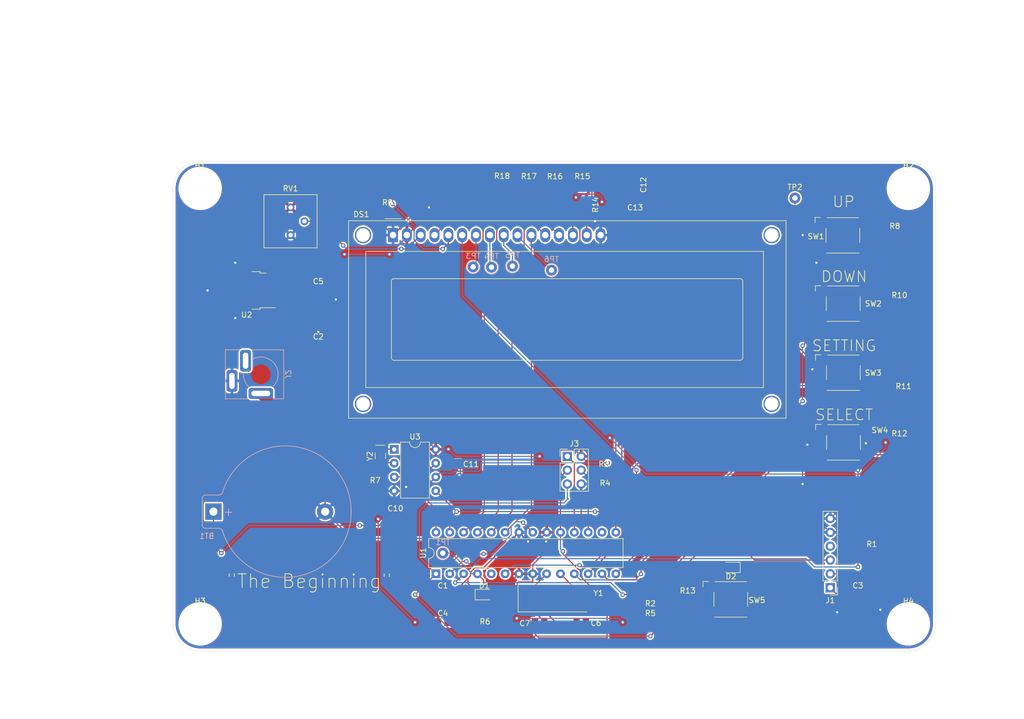
<source format=kicad_pcb>
(kicad_pcb (version 20211014) (generator pcbnew)
  (layers (0 "F.Cu" signal) (31 "B.Cu" signal) (34 "B.Paste" user) (35 "F.Paste" user) (36 "B.SilkS" user "B.Silkscreen") (37 "F.SilkS" user "F.Silkscreen") (38 "B.Mask" user) (39 "F.Mask" user) (44 "Edge.Cuts" user))
  (net 0 "")
  (net 1 "Net-(C1-Pad1)")
  (net 2 "GND")
  (net 3 "Net-(C2-Pad1)")
  (net 4 "Net-(C3-Pad1)")
  (net 5 "Net-(DS1-Pad3)")
  (net 6 "VCC")
  (net 7 "Net-(C6-Pad1)")
  (net 8 "Net-(C7-Pad1)")
  (net 9 "Net-(D1-Pad2)")
  (net 10 "Net-(DS1-Pad5)")
  (net 12 "Net-(J1-Pad3)")
  (net 13 "Net-(J1-Pad2)")
  (net 15 "MISO")
  (net 16 "Net-(DS1-Pad7)")
  (net 17 "MOSI")
  (net 18 "RESET")
  (net 19 "RXD")
  (net 20 "TXD")
  (net 21 "I2C_SCL")
  (net 22 "BTN_UP")
  (net 23 "BTN_DOWN")
  (net 24 "BTN_SETNG")
  (net 25 "BTN_SELECT")
  (net 26 "DATA_SEL")
  (net 28 "R{slash}W_SIGNAL")
  (net 29 "Net-(DS1-Pad8)")
  (net 30 "Net-(U3-Pad1)")
  (net 31 "Net-(U3-Pad2)")
  (net 32 "DATA_1")
  (net 33 "DATA_2")
  (net 34 "DATA_3")
  (net 35 "DATA_4")
  (net 36 "Net-(DS1-Pad9)")
  (net 37 "SPI_SCLK")
  (net 38 "DEBUG LED")
  (net 39 "Net-(DS1-Pad10)")
  (net 41 "Net-(DS1-Pad15)")
  (net 42 "I2C_SDA")
  (net 43 "Net-(BT1-Pad1)")
  (net 44 "Net-(D2-Pad2)")
  (net 45 "Net-(R7-Pad1)")
  (footprint "footprints:MountingHole_3.2mm_M3" (layer "F.Cu") (at 215 140)
    (fp_text reference "H4")
    (fp_text value "MountingHole")
  )
  (footprint "footprints:Potentiometer_Bourns_3386P_Vertical" (layer "F.Cu") (at 101.6 68.58)
    (fp_text reference "RV1")
    (fp_text value "R_POT_10K")
  )
  (footprint "footprints:R_0805_2012Metric" (layer "F.Cu") (at 174.494173 135.548454)
    (fp_text reference "R13")
    (fp_text value "R_0805_2.2K")
  )
  (footprint "footprints:R_0805_2012Metric" (layer "F.Cu") (at 155.157785 59.4355)
    (fp_text reference "R15")
    (fp_text value "R_0805_47")
  )
  (footprint "footprints:TestPoint_THTPad_D2.0mm_Drill1.0mm" (layer "F.Cu") (at 194.168008 61.780267)
    (fp_text reference "TP2")
    (fp_text value "TestPoint")
  )
  (footprint "footprints:C_0805_2012Metric" (layer "F.Cu") (at 129.54 134.62)
    (fp_text reference "C1")
    (fp_text value "C_0805_0.1uf")
  )
  (footprint "footprints:R_0805_2012Metric" (layer "F.Cu") (at 140.40567 59.378188)
    (fp_text reference "R18")
    (fp_text value "R_0805_47")
  )
  (footprint "footprints:SW_SPST_Omron_B3FS-100xP" (layer "F.Cu") (at 203.083587 106.658475)
    (fp_text reference "SW4")
    (fp_text value "Omron_B3F_SPST")
  )
  (footprint "footprints:TC1602A-01T" (layer "F.Cu") (at 120.4 68.58)
    (fp_text reference "DS1")
    (fp_text value "TC1602A-01T")
  )
  (footprint "footprints:C_0805_2012Metric" (layer "F.Cu") (at 205.74 134.62)
    (fp_text reference "C3")
    (fp_text value "C_0805_0.1uf")
  )
  (footprint "footprints:PinHeader_1x06_P2.54mm_Vertical" (layer "F.Cu") (at 200.66 133.35 180)
    (fp_text reference "J1")
    (fp_text value "Conn_01x06")
  )
  (footprint "footprints:PinHeader_2x03_P2.54mm_Vertical" (layer "F.Cu") (at 152.4 109.22)
    (fp_text reference "J3")
    (fp_text value "Conn_02x03_Odd_Even")
  )
  (footprint "footprints:R_0805_2012Metric" (layer "F.Cu") (at 137.259216 137.720503)
    (fp_text reference "R6")
    (fp_text value "R_0805_2.2K")
  )
  (footprint "footprints:SW_SPST_Omron_B3FS-100xP" (layer "F.Cu") (at 203.032006 81.177549)
    (fp_text reference "SW2")
    (fp_text value "Omron_B3F_SPST")
  )
  (footprint "footprints:R_0805_2012Metric" (layer "F.Cu") (at 214.111753 94.714468 180)
    (fp_text reference "R11")
    (fp_text value "R_0805_10K")
  )
  (footprint "footprints:SW_SPST_Omron_B3FS-100xP" (layer "F.Cu") (at 203.057797 93.866431)
    (fp_text reference "SW3")
    (fp_text value "Omron_B3F_SPST")
  )
  (footprint "footprints:C_0805_2012Metric" (layer "F.Cu") (at 168.099973 59.304486 -90)
    (fp_text reference "C12")
    (fp_text value "C_0805_0.1uf")
  )
  (footprint "footprints:MountingHole_3.2mm_M3" (layer "F.Cu") (at 215 60)
    (fp_text reference "H2")
    (fp_text value "MountingHole")
  )
  (footprint "footprints:R_0805_2012Metric" (layer "F.Cu") (at 212.51 68.58)
    (fp_text reference "R8")
    (fp_text value "R_0805_10K")
  )
  (footprint "footprints:R_0805_2012Metric" (layer "F.Cu") (at 167.64 134.62 180)
    (fp_text reference "R2")
    (fp_text value "R_0805_47")
  )
  (footprint "footprints:MountingHole_3.2mm_M3" (layer "F.Cu") (at 85 140)
    (fp_text reference "H3")
    (fp_text value "MountingHole")
  )
  (footprint "footprints:LED_0805_2012Metric" (layer "F.Cu") (at 182.43762 129.633853 180)
    (fp_text reference "D2")
    (fp_text value "LED_0805")
  )
  (footprint "footprints:R_0805_2012Metric" (layer "F.Cu") (at 145.347748 59.4355)
    (fp_text reference "R17")
    (fp_text value "R_0805_47")
  )
  (footprint "footprints:DIP-8_W7.62mm" (layer "F.Cu") (at 120.622694 107.943719)
    (fp_text reference "U3")
    (fp_text value "DS1307_DIP-8")
  )
  (footprint "footprints:R_0805_2012Metric" (layer "F.Cu") (at 155.902842 63.000308 -90)
    (fp_text reference "R14")
    (fp_text value "R_0805_47")
  )
  (footprint "footprints:C_0805_2012Metric" (layer "F.Cu") (at 154.94 139.7)
    (fp_text reference "C6")
    (fp_text value "C_0805_22pf")
  )
  (footprint "footprints:C_0805_2012Metric" (layer "F.Cu") (at 129.54 139.7)
    (fp_text reference "C4")
    (fp_text value "C_0805_0.1uf")
  )
  (footprint "footprints:MountingHole_3.2mm_M3" (layer "F.Cu") (at 85 60)
    (fp_text reference "H1")
    (fp_text value "MountingHole")
  )
  (footprint "footprints:LED_0805_2012Metric" (layer "F.Cu") (at 137.16 134.62)
    (fp_text reference "D1")
    (fp_text value "LED_0805")
  )
  (footprint "footprints:C_0805_2012Metric" (layer "F.Cu") (at 147.32 139.7)
    (fp_text reference "C7")
    (fp_text value "C_0805_22pf")
  )
  (footprint "footprints:C_0805_2012Metric" (layer "F.Cu") (at 161.481456 63.504653)
    (fp_text reference "C13")
    (fp_text value "C_0805_10uf")
  )
  (footprint "footprints:DIP-28_W7.62mm" (layer "F.Cu") (at 128.28 130.8 90)
    (fp_text reference "U1")
    (fp_text value "ATmega328-PU")
  )
  (footprint "footprints:SW_SPST_Omron_B3FS-100xP" (layer "F.Cu") (at 182.403232 135.496873)
    (fp_text reference "SW5")
    (fp_text value "Omron_B3F_SPST")
  )
  (footprint "footprints:TO-252-2" (layer "F.Cu") (at 93.54 78.74 180)
    (fp_text reference "U2")
    (fp_text value "L7805")
  )
  (footprint "footprints:C_0805_2012Metric" (layer "F.Cu") (at 117.668858 118.695139)
    (fp_text reference "C10")
    (fp_text value "C_0805_0.1uf")
  )
  (footprint "footprints:C_0805_2012Metric" (layer "F.Cu") (at 106.68 88.9)
    (fp_text reference "C2")
    (fp_text value "C_0805_1uf")
  )
  (footprint "footprints:C_0805_2012Metric" (layer "F.Cu") (at 131.484703 110.559417)
    (fp_text reference "C11")
    (fp_text value "C_0805_1uf")
  )
  (footprint "footprints:R_0805_2012Metric" (layer "F.Cu") (at 208.28 127)
    (fp_text reference "R1")
    (fp_text value "R_0805_47")
  )
  (footprint "footprints:R_0805_2012Metric" (layer "F.Cu") (at 167.64 139.7)
    (fp_text reference "R5")
    (fp_text value "R_0805_10K")
  )
  (footprint "footprints:R_0805_2012Metric" (layer "F.Cu") (at 159.108681 112.299374)
    (fp_text reference "R3")
    (fp_text value "R_0805_4.7K")
  )
  (footprint "footprints:SW_SPST_Omron_B3FS-100xP" (layer "F.Cu") (at 202.967886 68.63158)
    (fp_text reference "SW1")
    (fp_text value "Omron_B3F_SPST")
  )
  (footprint "footprints:R_0805_2012Metric" (layer "F.Cu") (at 213.36 81.28)
    (fp_text reference "R10")
    (fp_text value "R_0805_10K")
  )
  (footprint "footprints:R_0805_2012Metric" (layer "F.Cu") (at 119.38 60.96 180)
    (fp_text reference "R9")
    (fp_text value "R_0805_47")
  )
  (footprint "footprints:R_0805_2012Metric" (layer "F.Cu") (at 150.125789 59.469887)
    (fp_text reference "R16")
    (fp_text value "R_0805_47")
  )
  (footprint "footprints:Crystal_SMD_2Pin_3.2x1.5mm" (layer "F.Cu") (at 118.087929 109.128005 -90)
    (fp_text reference locked "Y2")
    (fp_text value "Crystal_32768Hz")
  )
  (footprint "footprints:Crystal_SMD_HC49-SD" (layer "F.Cu") (at 150.06011 135.247706)
    (fp_text reference "Y1")
    (fp_text value "Crystal_16MHz")
  )
  (footprint "footprints:R_0805_2012Metric" (layer "F.Cu") (at 117.544838 115.495419)
    (fp_text reference "R7")
    (fp_text value "R_0805_10K")
  )
  (footprint "footprints:R_0805_2012Metric" (layer "F.Cu") (at 159.339034 115.782962)
    (fp_text reference "R4")
    (fp_text value "R_0805_4.7K")
  )
  (footprint "footprints:C_0805_2012Metric" (layer "F.Cu") (at 106.68 78.74)
    (fp_text reference "C5")
    (fp_text value "C_0805_0.1uf")
  )
  (footprint "footprints:R_0805_2012Metric" (layer "F.Cu") (at 213.36 106.68)
    (fp_text reference "R12")
    (fp_text value "R_0805_10K")
  )
  (footprint "footprints:TestPoint_THTPad_D2.0mm_Drill1.0mm" (layer "B.Cu") (at 129.54 127 180)
    (fp_text reference "TP1")
    (fp_text value "TestPoint")
  )
  (footprint "footprints:TestPoint_THTPad_D2.0mm_Drill1.0mm" (layer "B.Cu") (at 135.096767 74.416518 180)
    (fp_text reference "TP3")
    (fp_text value "TestPoint")
  )
  (footprint "footprints:TestPoint_THTPad_D2.0mm_Drill1.0mm" (layer "B.Cu") (at 138.474599 74.485293 180)
    (fp_text reference "TP4")
    (fp_text value "TestPoint")
  )
  (footprint "footprints:Wurth-694106402002" (layer "B.Cu") (at 96.134896 94.1609 90)
    (fp_text reference "J2")
    (fp_text value "Power_inlet_vertical" hide)
  )
  (footprint "footprints:TestPoint_THTPad_D2.0mm_Drill1.0mm" (layer "B.Cu") (at 149.499645 75.027247 180)
    (fp_text reference "TP6")
    (fp_text value "TestPoint")
  )
  (footprint "footprints:TestPoint_THTPad_D2.0mm_Drill1.0mm" (layer "B.Cu") (at 142.32489 74.278969 180)
    (fp_text reference "TP5")
    (fp_text value "TestPoint")
  )
  (footprint "footprints:BatteryHolder_Keystone_106_1x20mm" (layer "B.Cu") (at 87.446314 119.379984)
    (fp_text reference "BT1")
    (fp_text value "Battery_Cell")
  )
  (gr_line locked (start 220 60) (end 220 140) (layer "Edge.Cuts") (width 0.05))
  (gr_line locked (start 80 60) (end 80 140) (layer "Edge.Cuts") (width 0.05))
  (gr_arc locked (start 80 60) (mid 81.464466 56.464466) (end 85 55) (layer "Edge.Cuts") (width 0.05))
  (gr_arc locked (start 85 145) (mid 81.464466 143.535534) (end 80 140) (layer "Edge.Cuts") (width 0.05))
  (gr_arc locked (start 220 140) (mid 218.535534 143.535534) (end 215 145) (layer "Edge.Cuts") (width 0.05))
  (gr_line locked (start 215 55) (end 85 55) (layer "Edge.Cuts") (width 0.05))
  (gr_arc locked (start 215 55) (mid 218.535534 56.464466) (end 220 60) (layer "Edge.Cuts") (width 0.05))
  (gr_line locked (start 215 145) (end 85 145) (layer "Edge.Cuts") (width 0.05))
  (gr_text "SETTING" (at 203.2 88.9) (layer "F.SilkS") (effects (font (size 2 2))))
  (gr_text "UP" (at 203.114031 62.451189) (layer "F.SilkS") (effects (font (size 2 2))))
  (gr_text "{dblquote}The Beginning{dblquote}" (at 105.029671 132.151854) (layer "F.SilkS") (effects (font (size 2.5 2.5))))
  (gr_text "SELECT" (at 203.2 101.6) (layer "F.SilkS") (effects (font (size 2 2))))
  (gr_text "DOWN" (at 203.2 76.2) (layer "F.SilkS") (effects (font (size 2 2))))
  (segment (start 144.272257 121.392257) (end 146.06 123.18) (width 0.2032) (layer "F.Cu") (net 1))
  (segment (start 129.510689 130.392773) (end 132.760193 127.143269) (width 0.2032) (layer "F.Cu") (net 1))
  (segment (start 132.760193 127.143269) (end 137.016731 127.143269) (width 0.2032) (layer "F.Cu") (net 1))
  (segment (start 129.510689 133.799311) (end 129.510689 130.392773) (width 0.2032) (layer "F.Cu") (net 1))
  (segment (start 128.69 134.62) (end 129.510689 133.799311) (width 0.2032) (layer "F.Cu") (net 1))
  (via (at 144.272257 121.392257) (size 0.8128) (drill 0.4064) (layers "F.Cu" "B.Cu") (net 1))
  (via (at 137.016731 127.143269) (size 0.8128) (drill 0.4064) (layers "F.Cu" "B.Cu") (net 1))
  (segment (start 144.125465 121.245465) (end 142.914535 121.245465) (width 0.2032) (layer "B.Cu") (net 1))
  (segment (start 142.084311 123.637422) (end 142.084311 122.075689) (width 0.2032) (layer "B.Cu") (net 1))
  (segment (start 142.084311 122.075689) (end 142.914535 121.245465) (width 0.2032) (layer "B.Cu") (net 1))
  (segment (start 137.016731 127.143269) (end 138.578464 127.143269) (width 0.2032) (layer "B.Cu") (net 1))
  (segment (start 138.578464 127.143269) (end 142.084311 123.637422) (width 0.2032) (layer "B.Cu") (net 1))
  (segment (start 144.272257 121.392257) (end 144.125465 121.245465) (width 0.2032) (layer "B.Cu") (net 1))
  (segment (start 207.203622 123.19) (end 200.66 123.19) (width 0.2032) (layer "F.Cu") (net 2))
  (segment (start 196.448826 106.253867) (end 198.272693 104.43) (width 0.2032) (layer "F.Cu") (net 2))
  (segment (start 146.06 129.130896) (end 150.529022 124.661874) (width 0.2032) (layer "F.Cu") (net 2))
  (segment (start 198.095689 120.625689) (end 198.095689 116.815689) (width 0.2032) (layer "F.Cu") (net 2))
  (segment (start 207.2 106.821378) (end 207.2 104.43) (width 0.2032) (layer "F.Cu") (net 2))
  (segment (start 107.936314 107.963686) (end 107.53 107.557372) (width 0.2032) (layer "F.Cu") (net 2))
  (segment (start 118.53 66.71) (end 120.112971 68.292971) (width 0.2032) (layer "F.Cu") (net 2))
  (segment (start 198.095689 120.625689) (end 198.12 120.65) (width 0.2032) (layer "F.Cu") (net 2))
  (segment (start 118.394838 115.620419) (end 117.175257 116.84) (width 0.2032) (layer "F.Cu") (net 2))
  (segment (start 134.62 130.518267) (end 134.62 131.1682) (width 0.2032) (layer "F.Cu") (net 2))
  (segment (start 107.53 83.82) (end 107.53 81.624152) (width 0.2032) (layer "F.Cu") (net 2))
  (segment (start 130.39 139.7) (end 130.39 134.62) (width 0.2032) (layer "F.Cu") (net 2))
  (segment (start 198.02718 137.419326) (end 198.45702 137.849166) (width 0.2032) (layer "F.Cu") (net 2))
  (segment (start 210.009311 125.995689) (end 207.203622 123.19) (width 0.2032) (layer "F.Cu") (net 2))
  (segment (start 194.869289 83.360711) (end 199.2 79.03) (width 0.2032) (layer "F.Cu") (net 2))
  (segment (start 154.94 123.481733) (end 153.961733 124.46) (width 0.2032) (layer "F.Cu") (net 2))
  (segment (start 186.403232 133.246873) (end 193.854727 133.246873) (width 0.2032) (layer "F.Cu") (net 2))
  (segment (start 125.48 63.5) (end 127 63.5) (width 0.2032) (layer "F.Cu") (net 2))
  (segment (start 107.53 81.624152) (end 105.83 79.924152) (width 0.2032) (layer "F.Cu") (net 2))
  (segment (start 198.12 120.65) (end 200.66 120.65) (width 0.2032) (layer "F.Cu") (net 2))
  (segment (start 118.53 60.96) (end 118.53 66.71) (width 0.2032) (layer "F.Cu") (net 2))
  (segment (start 146.06 130.8) (end 146.06 129.130896) (width 0.2032) (layer "F.Cu") (net 2))
  (segment (start 209.856382 137.402132) (end 210.009311 137.249203) (width 0.2032) (layer "F.Cu") (net 2))
  (segment (start 207.2 91.73) (end 199.2 91.73) (width 0.2032) (layer "F.Cu") (net 2))
  (segment (start 107.936314 119.379984) (end 107.936314 107.963686) (width 0.2032) (layer "F.Cu") (net 2))
  (segment (start 143.208845 136.888074) (end 143.208845 132.581359) (width 0.2032) (layer "F.Cu") (net 2))
  (segment (start 131.1682 134.62) (end 130.39 134.62) (width 0.2032) (layer "F.Cu") (net 2))
  (segment (start 158.5 67.06) (end 158.901109 67.06) (width 0.2032) (layer "F.Cu") (net 2))
  (segment (start 199.2 104.43) (end 198.272693 104.43) (width 0.2032) (layer "F.Cu") (net 2))
  (segment (start 195.58 114.3) (end 195.58 107.949494) (width 0.2032) (layer "F.Cu") (net 2))
  (segment (start 162.331456 63.629653) (end 162.331456 63.504653) (width 0.2032) (layer "F.Cu") (net 2))
  (segment (start 164.749806 63.504653) (end 168.099973 60.154486) (width 0.2032) (layer "F.Cu") (net 2))
  (segment (start 210.009311 137.249203) (end 210.009311 125.995689) (width 0.2032) (layer "F.Cu") (net 2))
  (segment (start 155.79 141.516205) (end 155.79 139.7) (width 0.2032) (layer "F.Cu") (net 2))
  (segment (start 158.5 67.06) (end 158.5 68.58) (width 0.2032) (layer "F.Cu") (net 2))
  (segment (start 107.53 88.9) (end 107.53 96.52) (width 0.2032) (layer "F.Cu") (net 2))
  (segment (start 143.208845 132.581359) (end 143.502818 132.287386) (width 0.2032) (layer "F.Cu") (net 2))
  (segment (start 117.175257 116.84) (end 110.476298 116.84) (width 0.2032) (layer "F.Cu") (net 2))
  (segment (start 145.920752 132.338831) (end 146.06 132.199583) (width 0.2032) (layer "F.Cu") (net 2))
  (segment (start 137.004311 129.695689) (end 135.442578 129.695689) (width 0.2032) (layer "F.Cu") (net 2))
  (segment (start 118.490375 116.84) (end 118.394838 116.744463) (width 0.2032) (layer "F.Cu") (net 2))
  (segment (start 197.83 66.33) (end 198.982009 66.33) (width 0.2032) (layer "F.Cu") (net 2))
  (segment (start 145.483074 136.888074) (end 143.208845 136.888074) (width 0.2032) (layer "F.Cu") (net 2))
  (segment (start 120.622694 115.563719) (end 122.086582 115.563719) (width 0.2032) (layer "F.Cu") (net 2))
  (segment (start 91.44 83.82) (end 91.44 78.74) (width 2) (layer "F.Cu") (net 2))
  (segment (start 155.765998 141.540207) (end 155.79 141.516205) (width 0.2032) (layer "F.Cu") (net 2))
  (segment (start 107.53 107.557372) (end 107.53 96.52) (width 0.2032) (layer "F.Cu") (net 2))
  (segment (start 199.2 79.03) (end 207.2 79.03) (width 0.2032) (layer "F.Cu") (net 2))
  (segment (start 106.68 87.925) (end 106.68 86.36) (width 0.2032) (layer "F.Cu") (net 2))
  (segment (start 118.394838 116.744463) (end 118.394838 115.495419) (width 0.2032) (layer "F.Cu") (net 2))
  (segment (start 148.495092 124.865818) (end 150.325078 124.865818) (width 0.2032) (layer "F.Cu") (net 2))
  (segment (start 122.086582 115.563719) (end 122.810735 114.839566) (width 0.2032) (layer "F.Cu") (net 2))
  (segment (start 195.58 107.949494) (end 196.448826 107.080668) (width 0.2032) (layer "F.Cu") (net 2))
  (segment (start 150.325078 124.865818) (end 150.529022 124.661874) (width 0.2032) (layer "F.Cu") (net 2))
  (segment (start 146.06 132.199583) (end 146.06 130.8) (width 0.2032) (layer "F.Cu") (net 2))
  (segment (start 199.2 91.73) (end 197.404902 91.73) (width 0.2032) (layer "F.Cu") (net 2))
  (segment (start 134.1641 131.6241) (end 131.1682 134.62) (width 0.2032) (layer "F.Cu") (net 2))
  (segment (start 145.869307 132.287386) (end 145.920752 132.338831) (width 0.2032) (layer "F.Cu") (net 2))
  (segment (start 107.53 88.775) (end 106.68 87.925) (width 0.2032) (layer "F.Cu") (net 2))
  (segment (start 107.53 83.82) (end 107.53 82.781671) (width 0.2032) (layer "F.Cu") (net 2))
  (segment (start 158.901109 67.06) (end 162.331456 63.629653) (width 0.2032) (layer "F.Cu") (net 2))
  (segment (start 105.83 79.924152) (end 105.83 78.74) (width 0.2032) (layer "F.Cu") (net 2))
  (segment (start 179.7621 133.246873) (end 183.37512 129.633853) (width 0.2032) (layer "F.Cu") (net 2))
  (segment (start 145.205818 124.865818) (end 143.52 123.18) (width 0.2032) (layer "F.Cu") (net 2))
  (segment (start 132.599629 112.66935) (end 132.740623 112.528356) (width 0.2032) (layer "F.Cu") (net 2))
  (segment (start 196.448826 106.253867) (end 196.448826 107.080668) (width 0.2032) (layer "F.Cu") (net 2))
  (segment (start 186.403232 132.661965) (end 183.37512 129.633853) (width 0.2032) (layer "F.Cu") (net 2))
  (segment (start 198.45702 137.849166) (end 201.930129 137.849166) (width 0.2032) (layer "F.Cu") (net 2))
  (segment (start 199.2 74.74) (end 198.12 73.66) (width 0.2032) (layer "F.Cu") (net 2))
  (segment (start 195.58 114.3) (end 198.095689 116.815689) (width 0.2032) (layer "F.Cu") (net 2))
  (segment (start 86.36 78.74) (end 91.44 78.74) (width 2) (layer "F.Cu") (net 2))
  (segment (start 135.442578 129.695689) (end 134.62 130.518267) (width 0.2032) (layer "F.Cu") (net 2))
  (segment (start 162.331456 63.504653) (end 164.749806 63.504653) (width 0.2032) (layer "F.Cu") (net 2))
  (segment (start 134.1641 132.5616) (end 134.1641 131.6241) (width 0.2032) (layer "F.Cu") (net 2))
  (segment (start 148.17 140.477775) (end 149.232432 141.540207) (width 0.2032) (layer "F.Cu") (net 2))
  (segment (start 116.818858 118.511517) (end 118.490375 116.84) (width 0.2032) (layer "F.Cu") (net 2))
  (segment (start 198.982009 66.33) (end 206.982009 66.33) (width 0.2032) (layer "F.Cu") (net 2))
  (segment (start 199.2 79.03) (end 199.2 74.74) (width 0.2032) (layer "F.Cu") (net 2))
  (segment (start 200.66 123.19) (end 198.095689 120.625689) (width 0.2032) (layer "F.Cu") (net 2))
  (segment (start 193.854727 133.246873) (end 198.02718 137.419326) (width 0.2032) (layer "F.Cu") (net 2))
  (segment (start 150.529022 124.661874) (end 150.730896 124.46) (width 0.2032) (layer "F.Cu") (net 2))
  (segment (start 132.740623 110.516279) (end 132.502841 110.278497) (width 0.2032) (layer "F.Cu") (net 2))
  (segment (start 153.961733 124.46) (end 150.730896 124.46) (width 0.2032) (layer "F.Cu") (net 2))
  (segment (start 107.936314 119.379984) (end 112.840641 124.284311) (width 0.2032) (layer "F.Cu") (net 2))
  (segment (start 118.394838 115.495419) (end 120.575419 115.495419) (width 0.2032) (layer "F.Cu") (net 2))
  (segment (start 195.58 68.58) (end 197.83 66.33) (width 0.2032) (layer "F.Cu") (net 2))
  (segment (start 149.232432 141.540207) (end 155.765998 141.540207) (width 0.2032) (layer "F.Cu") (net 2))
  (segment (start 143.52 123.18) (end 137.004311 129.695689) (width 0.2032) (layer "F.Cu") (net 2))
  (segment (start 148.17 139.7) (end 148.17 140.477775) (width 0.2032) (layer "F.Cu") (net 2))
  (segment (start 197.404902 91.73) (end 194.869289 89.194387) (width 0.2032) (layer "F.Cu") (net 2))
  (segment (start 194.869289 89.194387) (end 194.869289 83.360711) (width 0.2032) (layer "F.Cu") (net 2))
  (segment (start 157.48 66.04) (end 158.5 67.06) (width 0.2032) (layer "F.Cu") (net 2))
  (segment (start 197.36382 93.245531) (end 198.879351 91.73) (width 0.2032) (layer "F.Cu") (net 2))
  (segment (start 205.74 111.76) (end 205.74 115.57) (width 0.2032) (layer "F.Cu") (net 2))
  (segment (start 136.2225 134.62) (end 134.1641 132.5616) (width 0.2032) (layer "F.Cu") (net 2))
  (segment (start 110.476298 116.84) (end 107.936314 119.379984) (width 0.2032) (layer "F.Cu") (net 2))
  (segment (start 205.74 115.57) (end 200.66 120.65) (width 0.2032) (layer "F.Cu") (net 2))
  (segment (start 132.502841 110.278497) (end 132.334703 110.278497) (width 0.2032) (layer "F.Cu") (net 2))
  (segment (start 134.62 131.1682) (end 134.1641 131.6241) (width 0.2032) (layer "F.Cu") (net 2))
  (segment (start 186.403232 133.246873) (end 186.403232 132.661965) (width 0.2032) (layer "F.Cu") (net 2))
  (segment (start 154.94 114.3) (end 154.94 123.481733) (width 0.2032) (layer "F.Cu") (net 2))
  (segment (start 132.740623 112.528356) (end 132.740623 110.516279) (width 0.2032) (layer "F.Cu") (net 2))
  (segment (start 91.44 73.66) (end 91.44 78.74) (width 2) (layer "F.Cu") (net 2))
  (segment (start 178.403232 133.246873) (end 179.7621 133.246873) (width 0.2032) (layer "F.Cu") (net 2))
  (segment (start 142.415689 124.284311) (end 143.52 123.18) (width 0.2032) (layer "F.Cu") (net 2))
  (segment (start 112.840641 124.284311) (end 142.415689 124.284311) (width 0.2032) (layer "F.Cu") (net 2))
  (segment (start 120.4 68.58) (end 125.48 63.5) (width 0.2032) (layer "F.Cu") (net 2))
  (segment (start 143.502818 132.287386) (end 145.869307 132.287386) (width 0.2032) (layer "F.Cu") (net 2))
  (segment (start 148.17 139.575) (end 145.483074 136.888074) (width 0.2032) (layer "F.Cu") (net 2))
  (segment (start 107.53 82.781671) (end 109.889138 80.422533) (width 0.2032) (layer "F.Cu") (net 2))
  (via (at 91.44 73.66) (size 0.8128) (drill 0.4064) (layers "F.Cu" "B.Cu") (net 2))
  (via (at 195.58 114.3) (size 0.8128) (drill 0.4064) (layers "F.Cu" "B.Cu") (net 2))
  (via (at 198.12 73.66) (size 0.8128) (drill 0.4064) (layers "F.Cu" "B.Cu") (net 2))
  (via (at 132.599629 112.66935) (size 0.8128) (drill 0.4064) (layers "F.Cu" "B.Cu") (net 2))
  (via (at 86.36 78.74) (size 0.8128) (drill 0.4064) (layers "F.Cu" "B.Cu") (net 2))
  (via (at 109.889138 80.422533) (size 0.8128) (drill 0.4064) (layers "F.Cu" "B.Cu") (net 2))
  (via (at 145.205818 124.865818) (size 0.8128) (drill 0.4064) (layers "F.Cu" "B.Cu") (net 2))
  (via (at 195.58 68.58) (size 0.8128) (drill 0.4064) (layers "F.Cu" "B.Cu") (net 2))
  (via (at 127 63.5) (size 0.8128) (drill 0.4064) (layers "F.Cu" "B.Cu") (net 2))
  (via (at 196.448826 107.080668) (size 0.8128) (drill 0.4064) (layers "F.Cu" "B.Cu") (net 2))
  (via (at 122.810735 114.839566) (size 0.8128) (drill 0.4064) (layers "F.Cu" "B.Cu") (net 2))
  (via (at 157.48 66.04) (size 0.8128) (drill 0.4064) (layers "F.Cu" "B.Cu") (net 2))
  (via (at 91.44 83.82) (size 0.8128) (drill 0.4064) (layers "F.Cu" "B.Cu") (net 2))
  (via (at 106.68 86.36) (size 0.8128) (drill 0.4064) (layers "F.Cu" "B.Cu") (net 2))
  (via (at 201.930129 137.849166) (size 0.8128) (drill 0.4064) (layers "F.Cu" "B.Cu") (net 2))
  (via (at 207.2 106.821378) (size 0.8128) (drill 0.4064) (layers "F.Cu" "B.Cu") (net 2))
  (via (at 205.74 111.76) (size 0.8128) (drill 0.4064) (layers "F.Cu" "B.Cu") (net 2))
  (via (at 148.495092 124.865818) (size 0.8128) (drill 0.4064) (layers "F.Cu" "B.Cu") (net 2))
  (via (at 209.856382 137.402132) (size 0.8128) (drill 0.4064) (layers "F.Cu" "B.Cu") (net 2))
  (via (at 197.36382 93.245531) (size 0.8128) (drill 0.4064) (layers "F.Cu" "B.Cu") (net 2))
  (segment (start 201.930129 137.849166) (end 209.409348 137.849166) (width 0.2032) (layer "B.Cu") (net 2))
  (segment (start 154.94 114.3) (end 195.58 114.3) (width 0.2032) (layer "B.Cu") (net 2))
  (segment (start 198.12 73.66) (end 195.58 71.12) (width 0.2032) (layer "B.Cu") (net 2))
  (segment (start 123.522271 114.12803) (end 131.140949 114.12803) (width 0.2032) (layer "B.Cu") (net 2))
  (segment (start 106.68 86.36) (end 108.030556 86.36) (width 0.2032) (layer "B.Cu") (net 2))
  (segment (start 205.74 108.281378) (end 205.74 111.76) (width 0.2032) (layer "B.Cu") (net 2))
  (segment (start 127 63.5) (end 127.583165 63.5) (width 0.2032) (layer "B.Cu") (net 2))
  (segment (start 127.583165 63.5) (end 130.123165 66.04) (width 0.2032) (layer "B.Cu") (net 2))
  (segment (start 108.030556 86.36) (end 109.889138 84.501418) (width 0.2032) (layer "B.Cu") (net 2))
  (segment (start 130.123165 66.04) (end 132.08 66.04) (width 0.2032) (layer "B.Cu") (net 2))
  (segment (start 122.810735 114.839566) (end 123.522271 114.12803) (width 0.2032) (layer "B.Cu") (net 2))
  (segment (start 131.140949 114.12803) (end 132.599629 112.66935) (width 0.2032) (layer "B.Cu") (net 2))
  (segment (start 196.448826 107.080668) (end 197.36382 106.165674) (width 0.2032) (layer "B.Cu") (net 2))
  (segment (start 195.58 71.12) (end 195.58 68.58) (width 0.2032) (layer "B.Cu") (net 2))
  (segment (start 207.2 106.821378) (end 205.74 108.281378) (width 0.2032) (layer "B.Cu") (net 2))
  (segment (start 209.409348 137.849166) (end 209.856382 137.402132) (width 0.2032) (layer "B.Cu") (net 2))
  (segment (start 109.889138 84.501418) (end 109.889138 80.422533) (width 0.2032) (layer "B.Cu") (net 2))
  (segment (start 132.08 66.04) (end 157.48 66.04) (width 0.2032) (layer "B.Cu") (net 2))
  (segment (start 145.205818 124.865818) (end 148.495092 124.865818) (width 0.2032) (layer "B.Cu") (net 2))
  (segment (start 197.36382 106.165674) (end 197.36382 93.245531) (width 0.2032) (layer "B.Cu") (net 2))
  (segment (start 104.928151 100.216756) (end 105.752289 99.392618) (width 2) (layer "F.Cu") (net 3))
  (segment (start 105.62 88.9) (end 97.74 81.02) (width 1.5) (layer "F.Cu") (net 3))
  (segment (start 105.83 88.9) (end 105.83 96.52) (width 1.5) (layer "F.Cu") (net 3))
  (segment (start 98.690752 100.216756) (end 104.928151 100.216756) (width 2) (layer "F.Cu") (net 3))
  (segment (start 105.752289 99.392618) (end 105.752289 96.52) (width 2) (layer "F.Cu") (net 3))
  (segment (start 96.134896 97.6609) (end 98.690752 100.216756) (width 2) (layer "F.Cu") (net 3))
  (segment (start 105.83 88.9) (end 105.62 88.9) (width 1.5) (layer "F.Cu") (net 3))
  (segment (start 204.89 134.62) (end 201.93 134.62) (width 0.2032) (layer "F.Cu") (net 4))
  (segment (start 201.93 134.62) (end 200.66 133.35) (width 0.2032) (layer "F.Cu") (net 4))
  (segment (start 121.92 71.12) (end 122.94 71.12) (width 0.2032) (layer "F.Cu") (net 5))
  (segment (start 106.787815 66.04) (end 111.240959 70.493144) (width 0.2032) (layer "F.Cu") (net 5))
  (segment (start 104.14 66.04) (end 106.787815 66.04) (width 0.2032) (layer "F.Cu") (net 5))
  (segment (start 122.94 71.12) (end 125.48 68.58) (width 0.2032) (layer "F.Cu") (net 5))
  (via (at 121.92 71.12) (size 0.8128) (drill 0.4064) (layers "F.Cu" "B.Cu") (net 5))
  (via (at 111.240959 70.493144) (size 0.8128) (drill 0.4064) (layers "F.Cu" "B.Cu") (net 5))
  (segment (start 111.867815 71.12) (end 121.92 71.12) (width 0.2032) (layer "B.Cu") (net 5))
  (segment (start 111.240959 70.493144) (end 111.867815 71.12) (width 0.2032) (layer "B.Cu") (net 5))
  (segment (start 139.55567 58.705726) (end 140.698089 57.563307) (width 0.2032) (layer "F.Cu") (net 6))
  (segment (start 144.497748 59.251878) (end 144.497748 59.4355) (width 0.2032) (layer "F.Cu") (net 6))
  (segment (start 105.30935 76.46) (end 104.419866 76.46) (width 0.2032) (layer "F.Cu") (net 6))
  (segment (start 128.69 140.609365) (end 129.245793 141.165158) (width 0.2032) (layer "F.Cu") (net 6))
  (segment (start 122.94 68.58) (end 132.141812 59.378188) (width 0.2032) (layer "F.Cu") (net 6))
  (segment (start 97.74 76.46) (end 104.419866 76.46) (width 0.2032) (layer "F.Cu") (net 6))
  (segment (start 107.53 78.74) (end 107.53 78.68065) (width 0.2032) (layer "F.Cu") (net 6))
  (segment (start 129.245793 141.165158) (end 138.704397 141.165158) (width 0.2032) (layer "F.Cu") (net 6))
  (segment (start 143.52 130.8) (end 143.52 128.26) (width 0.2032) (layer "F.Cu") (net 6))
  (segment (start 132.141812 59.378188) (end 139.55567 59.378188) (width 0.2032) (layer "F.Cu") (net 6))
  (segment (start 142.524217 137.345338) (end 142.524217 131.795783) (width 0.2032) (layer "F.Cu") (net 6))
  (segment (start 213.330689 80.275689) (end 212.51 81.096378) (width 0.2032) (layer "F.Cu") (net 6))
  (segment (start 124.46 139.7) (end 128.69 139.7) (width 0.2032) (layer "F.Cu") (net 6))
  (segment (start 139.55567 59.378188) (end 139.55567 58.705726) (width 0.2032) (layer "F.Cu") (net 6))
  (segment (start 147.32 109.262362) (end 148.591565 110.533927) (width 0.2032) (layer "F.Cu") (net 6))
  (segment (start 162.56 139.7) (end 166.79 139.7) (width 0.2032) (layer "F.Cu") (net 6))
  (segment (start 142.524217 131.795783) (end 143.52 130.8) (width 0.2032) (layer "F.Cu") (net 6))
  (segment (start 158.489034 115.782962) (end 158.489034 112.529727) (width 0.2032) (layer "F.Cu") (net 6))
  (segment (start 118.518858 118.820139) (end 117.677145 119.661852) (width 0.2032) (layer "F.Cu") (net 6))
  (segment (start 122.53408 68.411863) (end 122.652972 68.292971) (width 0.2032) (layer "F.Cu") (net 6))
  (segment (start 150.1551 58.465576) (end 149.275789 59.344887) (width 0.2032) (layer "F.Cu") (net 6))
  (segment (start 119.752746 72.114231) (end 122.53408 69.332897) (width 0.2032) (layer "F.Cu") (net 6))
  (segment (start 212.51 106.555) (end 215.089311 103.975689) (width 0.2032) (layer "F.Cu") (net 6))
  (segment (start 142.625555 57.563307) (end 144.497748 59.4355) (width 0.2032) (layer "F.Cu") (net 6))
  (segment (start 159.774746 63.504653) (end 160.631456 63.504653) (width 0.2032) (layer "F.Cu") (net 6))
  (segment (start 145.318437 58.431189) (end 144.497748 59.251878) (width 0.2032) (layer "F.Cu") (net 6))
  (segment (start 142.474778 137.394778) (end 143.116745 138.036745) (width 0.2032) (layer "F.Cu") (net 6))
  (segment (start 105.1 83.82) (end 105.83 83.82) (width 0.2032) (layer "F.Cu") (net 6))
  (segment (start 148.6 123.18) (end 148.6 110.711378) (width 0.2032) (layer "F.Cu") (net 6))
  (segment (start 153.337861 58.465576) (end 150.1551 58.465576) (width 0.2032) (layer "F.Cu") (net 6))
  (segment (start 122.53408 69.332897) (end 122.53408 68.411863) (width 0.2032) (layer "F.Cu") (net 6))
  (segment (start 128.69 139.7) (end 128.69 140.609365) (width 0.2032) (layer "F.Cu") (net 6))
  (segment (start 156.007785 62.045365) (end 155.902842 62.150308) (width 0.2032) (layer "F.Cu") (net 6))
  (segment (start 118.518858 118.695139) (end 118.518858 118.820139) (width 0.2032) (layer "F.Cu") (net 6))
  (segment (start 158.258681 107.771845) (end 160.203398 105.827128) (width 0.2032) (layer "F.Cu") (net 6))
  (segment (start 125.966378 104.14) (end 105.83 84.003622) (width 0.2032) (layer "F.Cu") (net 6))
  (segment (start 138.704397 141.165158) (end 142.474778 137.394778) (width 0.2032) (layer "F.Cu") (net 6))
  (segment (start 97.74 76.46) (end 105.1 83.82) (width 0.2032) (layer "F.Cu") (net 6))
  (segment (start 107.53 78.68065) (end 105.30935 76.46) (width 0.2032) (layer "F.Cu") (net 6))
  (segment (start 153.785689 108.065689) (end 154.94 109.22) (width 0.2032) (layer "F.Cu") (net 6))
  (segment (start 158.759832 62.489739) (end 159.774746 63.504653) (width 0.2032) (layer "F.Cu") (net 6))
  (segment (start 210.82 106.68) (end 212.51 106.68) (width 0.2032) (layer "F.Cu") (net 6))
  (segment (start 126.15 104.14) (end 125.966378 104.14) (width 0.2032) (layer "F.Cu") (net 6))
  (segment (start 149.275789 59.469887) (end 148.237091 58.431189) (width 0.2032) (layer "F.Cu") (net 6))
  (segment (start 151.245689 108.065689) (end 153.785689 108.065689) (width 0.2032) (layer "F.Cu") (net 6))
  (segment (start 215.089311 103.975689) (end 215.089311 80.275689) (width 0.2032) (layer "F.Cu") (net 6))
  (segment (start 154.480385 62.150308) (end 153.990339 61.660262) (width 0.2032) (layer "F.Cu") (net 6))
  (segment (start 104.419866 76.46) (end 108.765635 72.114231) (width 0.2032) (layer "F.Cu") (net 6))
  (segment (start 147.32 109.22) (end 147.32 109.262362) (width 0.2032) (layer "F.Cu") (net 6))
  (segment (start 128.28 107.96) (end 130.517515 107.96) (width 0.2032) (layer "F.Cu") (net 6))
  (segment (start 212.51 81.28) (end 212.51 69.43) (width 0.2032) (layer "F.Cu") (net 6))
  (segment (start 158.019374 112.299374) (end 154.94 109.22) (width 0.2032) (layer "F.Cu") (net 6))
  (segment (start 212.51 69.43) (end 211.66 68.58) (width 0.2032) (layer "F.Cu") (net 6))
  (segment (start 108.765635 72.114231) (end 111.484736 72.114231) (width 0.2032) (layer "F.Cu") (net 6))
  (segment (start 142.474778 137.394778) (end 142.524217 137.345338) (width 0.2032) (layer "F.Cu") (net 6))
  (segment (start 126.15 105.83) (end 126.15 104.14) (width 0.2032) (layer "F.Cu") (net 6))
  (segment (start 155.902842 62.150308) (end 154.480385 62.150308) (width 0.2032) (layer "F.Cu") (net 6))
  (segment (start 143.52 128.26) (end 148.6 123.18) (width 0.2032) (layer "F.Cu") (net 6))
  (segment (start 149.275789 59.344887) (end 149.275789 59.469887) (width 0.2032) (layer "F.Cu") (net 6))
  (segment (start 154.307785 59.4355) (end 153.337861 58.465576) (width 0.2032) (layer "F.Cu") (net 6))
  (segment (start 148.6 110.711378) (end 151.245689 108.065689) (width 0.2032) (layer "F.Cu") (net 6))
  (segment (start 143.116745 138.036745) (end 143.116745 138.97552) (width 0.2032) (layer "F.Cu") (net 6))
  (segment (start 130.517515 107.96) (end 130.567303 107.910212) (width 0.2032) (layer "F.Cu") (net 6))
  (segment (start 148.237091 58.431189) (end 145.318437 58.431189) (width 0.2032) (layer "F.Cu") (net 6))
  (segment (start 215.089311 80.275689) (end 213.330689 80.275689) (width 0.2032) (layer "F.Cu") (net 6))
  (segment (start 140.698089 57.563307) (end 142.625555 57.563307) (width 0.2032) (layer "F.Cu") (net 6))
  (segment (start 158.258681 112.299374) (end 158.258681 107.771845) (width 0.2032) (layer "F.Cu") (net 6))
  (segment (start 128.28 107.96) (end 126.15 105.83) (width 0.2032) (layer "F.Cu") (net 6))
  (segment (start 117.677145 119.661852) (end 117.677145 120.74868) (width 0.2032) (layer "F.Cu") (net 6))
  (via (at 111.484736 72.114231) (size 0.8128) (drill 0.4064) (layers "F.Cu" "B.Cu") (net 6))
  (via (at 210.82 106.68) (size 0.8128) (drill 0.4064) (layers "F.Cu" "B.Cu") (net 6))
  (via (at 130.567303 107.910212) (size 0.8128) (drill 0.4064) (layers "F.Cu" "B.Cu") (net 6))
  (via (at 124.46 139.7) (size 0.8128) (drill 0.4064) (layers "F.Cu" "B.Cu") (net 6))
  (via (at 147.32 109.22) (size 0.8128) (drill 0.4064) (layers "F.Cu" "B.Cu") (net 6))
  (via (at 143.116745 138.97552) (size 0.8128) (drill 0.4064) (layers "F.Cu" "B.Cu") (net 6))
  (via (at 160.203398 105.827128) (size 0.8128) (drill 0.4064) (layers "F.Cu" "B.Cu") (net 6))
  (via (at 162.56 139.7) (size 0.8128) (drill 0.4064) (layers "F.Cu" "B.Cu") (net 6))
  (via (at 117.677145 120.74868) (size 0.8128) (drill 0.4064) (layers "F.Cu" "B.Cu") (net 6))
  (via (at 153.990339 61.660262) (size 0.8128) (drill 0.4064) (layers "F.Cu" "B.Cu") (net 6))
  (via (at 158.759832 62.489739) (size 0.8128) (drill 0.4064) (layers "F.Cu" "B.Cu") (net 6))
  (via (at 119.752746 72.114231) (size 0.8128) (drill 0.4064) (layers "F.Cu" "B.Cu") (net 6))
  (segment (start 166.846981 112.470711) (end 206.034387 112.470711) (width 0.2032) (layer "B.Cu") (net 6))
  (segment (start 206.034387 112.470711) (end 210.82 107.685098) (width 0.2032) (layer "B.Cu") (net 6))
  (segment (start 161.83552 138.97552) (end 162.56 139.7) (width 0.2032) (layer "B.Cu") (net 6))
  (segment (start 143.116745 138.97552) (end 161.83552 138.97552) (width 0.2032) (layer "B.Cu") (net 6))
  (segment (start 117.677145 120.74868) (end 117.677145 132.917145) (width 0.2032) (layer "B.Cu") (net 6))
  (segment (start 154.604687 61.045914) (end 158.049775 61.045914) (width 0.2032) (layer "B.Cu") (net 6))
  (segment (start 210.82 107.685098) (end 210.82 106.68) (width 0.2032) (layer "B.Cu") (net 6))
  (segment (start 153.990339 61.660262) (end 154.604687 61.045914) (width 0.2032) (layer "B.Cu") (net 6))
  (segment (start 158.049775 61.045914) (end 158.759832 61.755971) (width 0.2032) (layer "B.Cu") (net 6))
  (segment (start 158.759832 61.755971) (end 158.759832 62.489739) (width 0.2032) (layer "B.Cu") (net 6))
  (segment (start 111.484736 72.114231) (end 119.752746 72.114231) (width 0.2032) (layer "B.Cu") (net 6))
  (segment (start 117.677145 132.917145) (end 124.46 139.7) (width 0.2032) (layer "B.Cu") (net 6))
  (segment (start 160.203398 105.827128) (end 166.846981 112.470711) (width 0.2032) (layer "B.Cu") (net 6))
  (segment (start 130.567303 107.910212) (end 131.877091 109.22) (width 0.2032) (layer "B.Cu") (net 6))
  (segment (start 131.877091 109.22) (end 147.32 109.22) (width 0.2032) (layer "B.Cu") (net 6))
  (segment (start 150.262404 139.7) (end 145.81011 135.247706) (width 0.2032) (layer "F.Cu") (net 7))
  (segment (start 148.6 130.8) (end 145.81011 133.58989) (width 0.2032) (layer "F.Cu") (net 7))
  (segment (start 154.09 139.7) (end 150.262404 139.7) (width 0.2032) (layer "F.Cu") (net 7))
  (segment (start 145.81011 133.58989) (end 145.81011 135.247706) (width 0.2032) (layer "F.Cu") (net 7))
  (segment (start 159.697896 142.561766) (end 159.697896 137.358431) (width 0.2032) (layer "F.Cu") (net 8))
  (segment (start 152.4 132.06) (end 152.4 132.08) (width 0.2032) (layer "F.Cu") (net 8))
  (segment (start 157.587171 135.247706) (end 154.31011 135.247706) (width 0.2032) (layer "F.Cu") (net 8))
  (segment (start 159.697896 137.358431) (end 157.587171 135.247706) (width 0.2032) (layer "F.Cu") (net 8))
  (segment (start 146.47 139.7) (end 146.47 141.886547) (width 0.2032) (layer "F.Cu") (net 8))
  (segment (start 146.47 141.886547) (end 147.145219 142.561766) (width 0.2032) (layer "F.Cu") (net 8))
  (segment (start 147.145219 142.561766) (end 159.697896 142.561766) (width 0.2032) (layer "F.Cu") (net 8))
  (segment (start 152.4 132.08) (end 154.31011 133.99011) (width 0.2032) (layer "F.Cu") (net 8))
  (segment (start 154.31011 133.99011) (end 154.31011 135.247706) (width 0.2032) (layer "F.Cu") (net 8))
  (segment (start 151.14 130.8) (end 152.4 132.06) (width 0.2032) (layer "F.Cu") (net 8))
  (segment (start 138.109216 135.569216) (end 138.0975 135.5575) (width 0.2032) (layer "F.Cu") (net 9))
  (segment (start 138.109216 137.720503) (end 138.109216 135.569216) (width 0.2032) (layer "F.Cu") (net 9))
  (segment (start 138.0975 135.5575) (end 138.0975 134.62) (width 0.2032) (layer "F.Cu") (net 9))
  (segment (start 129.54 71.12) (end 130.56 70.1) (width 0.2032) (layer "F.Cu") (net 10))
  (segment (start 120.283099 61.013099) (end 120.23 60.96) (width 0.2032) (layer "F.Cu") (net 10))
  (segment (start 130.56 70.1) (end 130.56 68.58) (width 0.2032) (layer "F.Cu") (net 10))
  (segment (start 120.283099 62.833371) (end 120.283099 61.013099) (width 0.2032) (layer "F.Cu") (net 10))
  (via (at 120.283099 62.833371) (size 0.8128) (drill 0.4064) (layers "F.Cu" "B.Cu") (net 10))
  (via (at 129.54 71.12) (size 0.8128) (drill 0.4064) (layers "F.Cu" "B.Cu") (net 10))
  (segment (start 124.27568 69.478845) (end 125.916835 71.12) (width 0.2032) (layer "B.Cu") (net 10))
  (segment (start 125.916835 71.12) (end 129.54 71.12) (width 0.2032) (layer "B.Cu") (net 10))
  (segment (start 124.27568 66.825952) (end 124.27568 69.478845) (width 0.2032) (layer "B.Cu") (net 10))
  (segment (start 120.283099 62.833371) (end 124.27568 66.825952) (width 0.2032) (layer "B.Cu") (net 10))
  (segment (start 175.969296 127.38208) (end 185.852583 127.38208) (width 0.2032) (layer "F.Cu") (net 12))
  (segment (start 186.740503 128.27) (end 200.66 128.27) (width 0.2032) (layer "F.Cu") (net 12))
  (segment (start 185.852583 127.38208) (end 186.740503 128.27) (width 0.2032) (layer "F.Cu") (net 12))
  (segment (start 168.731376 134.62) (end 175.969296 127.38208) (width 0.2032) (layer "F.Cu") (net 12))
  (segment (start 209.13 127.942437) (end 209.13 127) (width 0.2032) (layer "F.Cu") (net 13))
  (segment (start 200.66 130.81) (end 206.262437 130.81) (width 0.2032) (layer "F.Cu") (net 13))
  (segment (start 206.262437 130.81) (end 209.13 127.942437) (width 0.2032) (layer "F.Cu") (net 13))
  (segment (start 153.68 110.5) (end 152.4 109.22) (width 0.2032) (layer "F.Cu") (net 15))
  (segment (start 153.68 123.18) (end 153.68 110.5) (width 0.2032) (layer "F.Cu") (net 15))
  (segment (start 135.64 68.58) (end 135.64 73.873285) (width 0.2032) (layer "B.Cu") (net 16))
  (segment (start 135.64 73.873285) (end 135.096767 74.416518) (width 0.2032) (layer "B.Cu") (net 16))
  (segment (start 156.22 113.04) (end 154.94 111.76) (width 0.2032) (layer "F.Cu") (net 17))
  (segment (start 156.22 123.18) (end 156.22 113.04) (width 0.2032) (layer "F.Cu") (net 17))
  (segment (start 168.49 139.7) (end 176.450105 139.7) (width 0.2032) (layer "F.Cu") (net 18))
  (segment (start 167.64 142.24) (end 168.49 141.39) (width 0.2032) (layer "F.Cu") (net 18))
  (segment (start 168.49 139.7) (end 201.693622 139.7) (width 0.2032) (layer "F.Cu") (net 18))
  (segment (start 201.693622 139.7) (end 206.59 134.803622) (width 0.2032) (layer "F.Cu") (net 18))
  (segment (start 128.28 130.8) (end 124.46 134.62) (width 0.2032) (layer "F.Cu") (net 18))
  (segment (start 186.403232 137.746873) (end 178.403232 137.746873) (width 0.2032) (layer "F.Cu") (net 18))
  (segment (start 168.49 141.39) (end 168.49 139.7) (width 0.2032) (layer "F.Cu") (net 18))
  (segment (start 176.450105 139.7) (end 178.403232 137.746873) (width 0.2032) (layer "F.Cu") (net 18))
  (via (at 167.64 142.24) (size 0.8128) (drill 0.4064) (layers "F.Cu" "B.Cu") (net 18))
  (via (at 124.46 134.62) (size 0.8128) (drill 0.4064) (layers "F.Cu" "B.Cu") (net 18))
  (segment (start 132.08 142.24) (end 167.64 142.24) (width 0.2032) (layer "B.Cu") (net 18))
  (segment (start 125.246283 119.261178) (end 126.721112 117.786349) (width 0.2032) (layer "B.Cu") (net 18))
  (segment (start 128.28 130.8) (end 125.246283 127.766283) (width 0.2032) (layer "B.Cu") (net 18))
  (segment (start 125.246283 127.766283) (end 125.246283 119.261178) (width 0.2032) (layer "B.Cu") (net 18))
  (segment (start 124.46 134.62) (end 132.08 142.24) (width 0.2032) (layer "B.Cu") (net 18))
  (segment (start 152.553094 117.006905) (end 152.4 116.853811) (width 0.2032) (layer "B.Cu") (net 18))
  (segment (start 126.721112 117.786349) (end 151.77365 117.786349) (width 0.2032) (layer "B.Cu") (net 18))
  (segment (start 151.77365 117.786349) (end 152.553094 117.006905) (width 0.2032) (layer "B.Cu") (net 18))
  (segment (start 152.4 116.853811) (end 152.4 114.3) (width 0.2032) (layer "B.Cu") (net 18))
  (segment (start 205.74 129.54) (end 205.74 128.69) (width 0.2032) (layer "F.Cu") (net 19))
  (segment (start 133.120345 128.499655) (end 133.874453 128.499655) (width 0.2032) (layer "F.Cu") (net 19))
  (segment (start 130.82 130.8) (end 133.120345 128.499655) (width 0.2032) (layer "F.Cu") (net 19))
  (segment (start 205.74 128.69) (end 207.43 127) (width 0.2032) (layer "F.Cu") (net 19))
  (via (at 205.74 129.54) (size 0.8128) (drill 0.4064) (layers "F.Cu" "B.Cu") (net 19))
  (via (at 133.874453 128.499655) (size 0.8128) (drill 0.4064) (layers "F.Cu" "B.Cu") (net 19))
  (segment (start 134.914798 129.54) (end 136.438465 128.016333) (width 0.2032) (layer "B.Cu") (net 19))
  (segment (start 197.757557 129.54) (end 205.74 129.54) (width 0.2032) (layer "B.Cu") (net 19))
  (segment (start 196.23389 128.016333) (end 197.757557 129.54) (width 0.2032) (layer "B.Cu") (net 19))
  (segment (start 133.874453 128.499655) (end 134.914798 129.54) (width 0.2032) (layer "B.Cu") (net 19))
  (segment (start 136.438465 128.016333) (end 196.23389 128.016333) (width 0.2032) (layer "B.Cu") (net 19))
  (segment (start 133.36 130.8) (end 131.816759 132.343241) (width 0.2032) (layer "F.Cu") (net 20))
  (segment (start 162.56 134.62) (end 166.79 134.62) (width 0.2032) (layer "F.Cu") (net 20))
  (segment (start 131.816759 132.343241) (end 131.816759 132.414534) (width 0.2032) (layer "F.Cu") (net 20))
  (via (at 162.56 134.62) (size 0.8128) (drill 0.4064) (layers "F.Cu" "B.Cu") (net 20))
  (via (at 131.816759 132.414534) (size 0.8128) (drill 0.4064) (layers "F.Cu" "B.Cu") (net 20))
  (segment (start 131.816759 132.414534) (end 160.354534 132.414534) (width 0.2032) (layer "B.Cu") (net 20))
  (segment (start 160.354534 132.414534) (end 162.56 134.62) (width 0.2032) (layer "B.Cu") (net 20))
  (segment (start 159.81833 110.418898) (end 159.81833 112.159023) (width 0.2032) (layer "F.Cu") (net 21))
  (segment (start 125.39825 116.035965) (end 125.39825 115.868163) (width 0.2032) (layer "F.Cu") (net 21))
  (segment (start 159.81833 112.159023) (end 159.902006 112.242699) (width 0.2032) (layer "F.Cu") (net 21))
  (segment (start 128.28 123.18) (end 128.28 118.917715) (width 0.2032) (layer "F.Cu") (net 21))
  (segment (start 128.28 118.917715) (end 125.39825 116.035965) (width 0.2032) (layer "F.Cu") (net 21))
  (segment (start 125.39825 115.868163) (end 128.242694 113.023719) (width 0.2032) (layer "F.Cu") (net 21))
  (via (at 159.81833 110.418898) (size 0.8128) (drill 0.4064) (layers "F.Cu" "B.Cu") (net 21))
  (segment (start 136.521486 111.61778) (end 136.521486 110.418898) (width 0.2032) (layer "B.Cu") (net 21))
  (segment (start 131.28826 112.310195) (end 131.639816 111.958639) (width 0.2032) (layer "B.Cu") (net 21))
  (segment (start 136.180627 111.958639) (end 136.521486 111.61778) (width 0.2032) (layer "B.Cu") (net 21))
  (segment (start 128.956218 112.310195) (end 131.28826 112.310195) (width 0.2032) (layer "B.Cu") (net 21))
  (segment (start 128.242694 113.023719) (end 128.956218 112.310195) (width 0.2032) (layer "B.Cu") (net 21))
  (segment (start 159.81833 110.418898) (end 136.521486 110.418898) (width 0.2032) (layer "B.Cu") (net 21))
  (segment (start 131.639816 111.958639) (end 136.180627 111.958639) (width 0.2032) (layer "B.Cu") (net 21))
  (segment (start 162.404311 123.637422) (end 156.501733 129.54) (width 0.2032) (layer "F.Cu") (net 22))
  (segment (start 162.404311 107.407698) (end 162.404311 123.637422) (width 0.2032) (layer "F.Cu") (net 22))
  (segment (start 198.982009 70.83) (end 206.982009 70.83) (width 0.2032) (layer "F.Cu") (net 22))
  (segment (start 154.970687 129.54) (end 156.501733 129.54) (width 0.2032) (layer "F.Cu") (net 22))
  (segment (start 213.36 68.455) (end 212.480689 67.575689) (width 0.2032) (layer "F.Cu") (net 22))
  (segment (start 194.168008 68.173106) (end 194.168008 61.780267) (width 0.2032) (layer "F.Cu") (net 22))
  (segment (start 154.643229 129.212542) (end 154.970687 129.54) (width 0.2032) (layer "F.Cu") (net 22))
  (segment (start 212.480689 67.575689) (end 210.23632 67.575689) (width 0.2032) (layer "F.Cu") (net 22))
  (segment (start 196.824902 70.83) (end 194.168008 68.173106) (width 0.2032) (layer "F.Cu") (net 22))
  (segment (start 210.23632 67.575689) (end 206.982009 70.83) (width 0.2032) (layer "F.Cu") (net 22))
  (segment (start 198.982009 70.83) (end 196.824902 70.83) (width 0.2032) (layer "F.Cu") (net 22))
  (segment (start 198.982009 70.83) (end 162.404311 107.407698) (width 0.2032) (layer "F.Cu") (net 22))
  (via (at 154.643229 129.212542) (size 0.8128) (drill 0.4064) (layers "F.Cu" "B.Cu") (net 22))
  (segment (start 140.98 130.8) (end 142.567458 129.212542) (width 0.2032) (layer "B.Cu") (net 22))
  (segment (start 142.567458 129.212542) (end 154.643229 129.212542) (width 0.2032) (layer "B.Cu") (net 22))
  (segment (start 195.58 88.9) (end 199.2 85.28) (width 0.2032) (layer "F.Cu") (net 23))
  (segment (start 199.2 83.53) (end 207.2 83.53) (width 0.2032) (layer "F.Cu") (net 23))
  (segment (start 207.2 83.53) (end 212.143622 83.53) (width 0.2032) (layer "F.Cu") (net 23))
  (segment (start 199.2 85.28) (end 199.2 83.53) (width 0.2032) (layer "F.Cu") (net 23))
  (segment (start 212.143622 83.53) (end 214.21 81.463622) (width 0.2032) (layer "F.Cu") (net 23))
  (segment (start 165.91337 130.827739) (end 165.91337 128.72663) (width 0.2032) (layer "F.Cu") (net 23))
  (segment (start 165.91337 128.72663) (end 195.58 99.06) (width 0.2032) (layer "F.Cu") (net 23))
  (via (at 165.91337 130.827739) (size 0.8128) (drill 0.4064) (layers "F.Cu" "B.Cu") (net 23))
  (via (at 195.58 99.06) (size 0.8128) (drill 0.4064) (layers "F.Cu" "B.Cu") (net 23))
  (via (at 195.58 88.9) (size 0.8128) (drill 0.4064) (layers "F.Cu" "B.Cu") (net 23))
  (segment (start 164.836798 131.904311) (end 165.91337 130.827739) (width 0.2032) (layer "B.Cu") (net 23))
  (segment (start 153.68 130.8) (end 154.784311 131.904311) (width 0.2032) (layer "B.Cu") (net 23))
  (segment (start 154.784311 131.904311) (end 164.836798 131.904311) (width 0.2032) (layer "B.Cu") (net 23))
  (segment (start 195.58 99.06) (end 195.58 88.9) (width 0.2032) (layer "B.Cu") (net 23))
  (segment (start 207.2 96.23) (end 199.2 96.23) (width 0.2032) (layer "F.Cu") (net 24))
  (segment (start 164.389289 111.465613) (end 179.624902 96.23) (width 0.2032) (layer "F.Cu") (net 24))
  (segment (start 207.2 96.23) (end 211.746221 96.23) (width 0.2032) (layer "F.Cu") (net 24))
  (segment (start 156.22 130.8) (end 164.389289 122.630711) (width 0.2032) (layer "F.Cu") (net 24))
  (segment (start 211.746221 96.23) (end 213.261753 94.714468) (width 0.2032) (layer "F.Cu") (net 24))
  (segment (start 164.389289 122.630711) (end 164.389289 111.465613) (width 0.2032) (layer "F.Cu") (net 24))
  (segment (start 179.624902 96.23) (end 199.2 96.23) (width 0.2032) (layer "F.Cu") (net 24))
  (segment (start 197.546439 102.89316) (end 200.351757 102.89316) (width 0.2032) (layer "F.Cu") (net 25))
  (segment (start 169.617067 131.904311) (end 197.546439 103.974939) (width 0.2032) (layer "F.Cu") (net 25))
  (segment (start 197.546439 103.974939) (end 197.546439 102.89316) (width 0.2032) (layer "F.Cu") (net 25))
  (segment (start 212.085 108.93) (end 214.21 106.805) (width 0.2032) (layer "F.Cu") (net 25))
  (segment (start 200.66 107.47) (end 199.2 108.93) (width 0.2032) (layer "F.Cu") (net 25))
  (segment (start 200.66 103.065553) (end 200.66 107.47) (width 0.2032) (layer "F.Cu") (net 25))
  (segment (start 199.2 108.93) (end 212.085 108.93) (width 0.2032) (layer "F.Cu") (net 25))
  (segment (start 159.864311 131.904311) (end 169.617067 131.904311) (width 0.2032) (layer "F.Cu") (net 25))
  (segment (start 200.351757 102.89316) (end 200.419682 102.825235) (width 0.2032) (layer "F.Cu") (net 25))
  (segment (start 200.419682 102.825235) (end 200.66 103.065553) (width 0.2032) (layer "F.Cu") (net 25))
  (segment (start 158.76 130.8) (end 159.864311 131.904311) (width 0.2032) (layer "F.Cu") (net 25))
  (segment (start 151.99408 63.09408) (end 133.50592 63.09408) (width 0.2032) (layer "F.Cu") (net 26))
  (segment (start 154.707355 65.807355) (end 151.99408 63.09408) (width 0.2032) (layer "F.Cu") (net 26))
  (segment (start 133.50592 63.09408) (end 128.02 68.58) (width 0.2032) (layer "F.Cu") (net 26))
  (segment (start 161.3 123.18) (end 161.3 76.154525) (width 0.2032) (layer "F.Cu") (net 26))
  (segment (start 161.3 76.154525) (end 154.707355 69.56188) (width 0.2032) (layer "F.Cu") (net 26))
  (segment (start 154.707355 69.56188) (end 154.707355 65.807355) (width 0.2032) (layer "F.Cu") (net 26))
  (segment (start 165.1 127) (end 165.1 111.76) (width 0.2032) (layer "F.Cu") (net 28))
  (segment (start 161.3 130.8) (end 165.1 127) (width 0.2032) (layer "F.Cu") (net 28))
  (via (at 165.1 111.76) (size 0.8128) (drill 0.4064) (layers "F.Cu" "B.Cu") (net 28))
  (segment (start 165.1 111.76) (end 133.1 79.76) (width 0.2032) (layer "B.Cu") (net 28))
  (segment (start 133.1 79.76) (end 133.1 68.58) (width 0.2032) (layer "B.Cu") (net 28))
  (segment (start 138.18 68.58) (end 138.18 74.190694) (width 0.2032) (layer "B.Cu") (net 29))
  (segment (start 138.18 74.190694) (end 138.474599 74.485293) (width 0.2032) (layer "B.Cu") (net 29))
  (segment (start 118.213063 107.895363) (end 120.574338 107.895363) (width 0.2032) (layer "F.Cu") (net 30))
  (segment (start 118.213063 110.395363) (end 120.534338 110.395363) (width 0.2032) (layer "F.Cu") (net 31))
  (segment (start 145.8 118.36) (end 145.8 68.58) (width 0.2032) (layer "F.Cu") (net 32))
  (segment (start 140.98 123.18) (end 145.8 118.36) (width 0.2032) (layer "F.Cu") (net 32))
  (segment (start 138.44 123.18) (end 142.24 119.38) (width 0.2032) (layer "F.Cu") (net 33))
  (segment (start 141.975973 65.0054) (end 144.7654 65.0054) (width 0.2032) (layer "F.Cu") (net 33))
  (segment (start 144.46432 79.05568) (end 144.46432 67.493747) (width 0.2032) (layer "F.Cu") (net 33))
  (segment (start 142.24 81.28) (end 144.46432 79.05568) (width 0.2032) (layer "F.Cu") (net 33))
  (segment (start 142.24 119.38) (end 142.24 81.28) (width 0.2032) (layer "F.Cu") (net 33))
  (segment (start 144.46432 67.493747) (end 141.975973 65.0054) (width 0.2032) (layer "F.Cu") (net 33))
  (segment (start 144.7654 65.0054) (end 148.34 68.58) (width 0.2032) (layer "F.Cu") (net 33))
  (segment (start 141.807836 64.59948) (end 146.89948 64.59948) (width 0.2032) (layer "F.Cu") (net 34))
  (segment (start 139.7 81.28) (end 139.77891 81.20109) (width 0.2032) (layer "F.Cu") (net 34))
  (segment (start 139.77891 76.102819) (end 140.410669 75.47106) (width 0.2032) (layer "F.Cu") (net 34))
  (segment (start 140.410669 72.579546) (end 139.435091 71.603968) (width 0.2032) (layer "F.Cu") (net 34))
  (segment (start 139.435091 66.972225) (end 141.807836 64.59948) (width 0.2032) (layer "F.Cu") (net 34))
  (segment (start 135.9 123.18) (end 139.7 119.38) (width 0.2032) (layer "F.Cu") (net 34))
  (segment (start 139.7 119.38) (end 139.7 81.28) (width 0.2032) (layer "F.Cu") (net 34))
  (segment (start 140.410669 75.47106) (end 140.410669 72.579546) (width 0.2032) (layer "F.Cu") (net 34))
  (segment (start 139.435091 71.603968) (end 139.435091 66.972225) (width 0.2032) (layer "F.Cu") (net 34))
  (segment (start 146.89948 64.59948) (end 150.88 68.58) (width 0.2032) (layer "F.Cu") (net 34))
  (segment (start 139.77891 81.20109) (end 139.77891 76.102819) (width 0.2032) (layer "F.Cu") (net 34))
  (segment (start 137.16 119.38) (end 136.918047 119.138047) (width 0.2032) (layer "F.Cu") (net 35))
  (segment (start 136.928645 69.39452) (end 136.928645 67.76548) (width 0.2032) (layer "F.Cu") (net 35))
  (segment (start 136.918047 119.138047) (end 137.16 118.896094) (width 0.2032) (layer "F.Cu") (net 35))
  (segment (start 136.928645 67.76548) (end 136.78512 67.621955) (width 0.2032) (layer "F.Cu") (net 35))
  (segment (start 137.16 118.896094) (end 137.16 81.28) (width 0.2032) (layer "F.Cu") (net 35))
  (segment (start 136.78512 67.621955) (end 136.78512 63.87488) (width 0.2032) (layer "F.Cu") (net 35))
  (segment (start 149.86 63.5) (end 153.42 67.06) (width 0.2032) (layer "F.Cu") (net 35))
  (segment (start 153.42 67.06) (end 153.42 68.58) (width 0.2032) (layer "F.Cu") (net 35))
  (segment (start 133.36 123.18) (end 137.16 119.38) (width 0.2032) (layer "F.Cu") (net 35))
  (segment (start 136.78512 63.87488) (end 137.16 63.5) (width 0.2032) (layer "F.Cu") (net 35))
  (segment (start 137.16 81.28) (end 136.78512 80.90512) (width 0.2032) (layer "F.Cu") (net 35))
  (segment (start 136.78512 80.90512) (end 136.78512 69.538045) (width 0.2032) (layer "F.Cu") (net 35))
  (segment (start 136.78512 69.538045) (end 136.928645 69.39452) (width 0.2032) (layer "F.Cu") (net 35))
  (segment (start 137.16 63.5) (end 149.86 63.5) (width 0.2032) (layer "F.Cu") (net 35))
  (segment (start 142.366919 72.12105) (end 142.32489 72.163079) (width 0.2032) (layer "B.Cu") (net 36))
  (segment (start 140.72 68.58) (end 140.72 70.474131) (width 0.2032) (layer "B.Cu") (net 36))
  (segment (start 140.72 70.474131) (end 142.366919 72.12105) (width 0.2032) (layer "B.Cu") (net 36))
  (segment (start 142.32489 72.163079) (end 142.32489 74.278969) (width 0.2032) (layer "B.Cu") (net 36))
  (segment (start 154.301456 129.875867) (end 151.577694 127.152105) (width 0.2032) (layer "F.Cu") (net 37))
  (segment (start 154.784311 131.257422) (end 154.784311 130.294102) (width 0.2032) (layer "F.Cu") (net 37))
  (segment (start 172.059389 137.133238) (end 160.660127 137.133238) (width 0.2032) (layer "F.Cu") (net 37))
  (segment (start 151.14 120.996607) (end 151.14 113.02) (width 0.2032) (layer "F.Cu") (net 37))
  (segment (start 154.366076 129.875867) (end 154.301456 129.875867) (width 0.2032) (layer "F.Cu") (net 37))
  (segment (start 151.14 113.02) (end 152.4 111.76) (width 0.2032) (layer "F.Cu") (net 37))
  (segment (start 173.644173 135.548454) (end 172.059389 137.133238) (width 0.2032) (layer "F.Cu") (net 37))
  (segment (start 160.660127 137.133238) (end 154.784311 131.257422) (width 0.2032) (layer "F.Cu") (net 37))
  (segment (start 151.14 123.18) (end 151.14 120.996607) (width 0.2032) (layer "F.Cu") (net 37))
  (segment (start 151.577694 127.152105) (end 151.577694 126.679933) (width 0.2032) (layer "F.Cu") (net 37))
  (segment (start 154.784311 130.294102) (end 154.366076 129.875867) (width 0.2032) (layer "F.Cu") (net 37))
  (via (at 151.577694 126.679933) (size 0.8128) (drill 0.4064) (layers "F.Cu" "B.Cu") (net 37))
  (segment (start 151.577694 126.679933) (end 151.14 126.242239) (width 0.2032) (layer "B.Cu") (net 37))
  (segment (start 151.14 126.242239) (end 151.14 123.18) (width 0.2032) (layer "B.Cu") (net 37))
  (segment (start 137.027711 137.102008) (end 137.027711 131.927711) (width 0.2032) (layer "F.Cu") (net 38))
  (segment (start 136.409216 137.720503) (end 137.027711 137.102008) (width 0.2032) (layer "F.Cu") (net 38))
  (segment (start 137.027711 131.927711) (end 135.9 130.8) (width 0.2032) (layer "F.Cu") (net 38))
  (segment (start 131.121733 127) (end 129.54 127) (width 0.2032) (layer "B.Cu") (net 38))
  (segment (start 135.9 130.8) (end 134.921733 130.8) (width 0.2032) (layer "B.Cu") (net 38))
  (segment (start 134.921733 130.8) (end 131.121733 127) (width 0.2032) (layer "B.Cu") (net 38))
  (segment (start 143.26 68.787602) (end 149.499645 75.027247) (width 0.2032) (layer "B.Cu") (net 39))
  (segment (start 143.26 68.58) (end 143.26 68.787602) (width 0.2032) (layer "B.Cu") (net 39))
  (segment (start 155.902842 63.850308) (end 156.027842 63.850308) (width 0.2032) (layer "F.Cu") (net 41))
  (segment (start 146.197748 59.5605) (end 146.197748 59.4355) (width 0.2032) (layer "F.Cu") (net 41))
  (segment (start 150.975789 59.594887) (end 149.610676 60.96) (width 0.2032) (layer "F.Cu") (net 41))
  (segment (start 155.764069 60.439811) (end 156.007785 60.196095) (width 0.2032) (layer "F.Cu") (net 41))
  (segment (start 147.722248 60.96) (end 146.197748 59.4355) (width 0.2032) (layer "F.Cu") (net 41))
  (segment (start 150.975789 59.469887) (end 151.945713 60.439811) (width 0.2032) (layer "F.Cu") (net 41))
  (segment (start 156.027842 63.850308) (end 156.90889 62.96926) (width 0.2032) (layer "F.Cu") (net 41))
  (segment (start 150.975789 59.469887) (end 150.975789 59.594887) (width 0.2032) (layer "F.Cu") (net 41))
  (segment (start 145.318437 60.439811) (end 146.197748 59.5605) (width 0.2032) (layer "F.Cu") (net 41))
  (segment (start 151.945713 60.439811) (end 155.764069 60.439811) (width 0.2032) (layer "F.Cu") (net 41))
  (segment (start 156.007785 60.196095) (end 156.007785 59.4355) (width 0.2032) (layer "F.Cu") (net 41))
  (segment (start 156.90889 60.336605) (end 156.007785 59.4355) (width 0.2032) (layer "F.Cu") (net 41))
  (segment (start 156.90889 62.96926) (end 156.90889 60.336605) (width 0.2032) (layer "F.Cu") (net 41))
  (segment (start 155.96 68.58) (end 155.96 63.907466) (width 0.2032) (layer "F.Cu") (net 41))
  (segment (start 155.96 63.907466) (end 155.902842 63.850308) (width 0.2032) (layer "F.Cu") (net 41))
  (segment (start 142.317293 60.439811) (end 145.318437 60.439811) (width 0.2032) (layer "F.Cu") (net 41))
  (segment (start 149.610676 60.96) (end 147.722248 60.96) (width 0.2032) (layer "F.Cu") (net 41))
  (segment (start 141.25567 59.378188) (end 142.317293 60.439811) (width 0.2032) (layer "F.Cu") (net 41))
  (segment (start 132.058975 119.38) (end 132.08 119.38) (width 0.2032) (layer "F.Cu") (net 42))
  (segment (start 158.513622 119.38) (end 160.189034 117.704588) (width 0.2032) (layer "F.Cu") (net 42))
  (segment (start 157.48 119.38) (end 158.513622 119.38) (width 0.2032) (layer "F.Cu") (net 42))
  (segment (start 130.82 120.64) (end 132.08 119.38) (width 0.2032) (layer "F.Cu") (net 42))
  (segment (start 130.82 123.18) (end 130.82 120.64) (width 0.2032) (layer "F.Cu") (net 42))
  (segment (start 128.242694 115.563719) (end 132.058975 119.38) (width 0.2032) (layer "F.Cu") (net 42))
  (segment (start 160.189034 117.704588) (end 160.189034 115.782962) (width 0.2032) (layer "F.Cu") (net 42))
  (via (at 132.08 119.38) (size 0.8128) (drill 0.4064) (layers "F.Cu" "B.Cu") (net 42))
  (via (at 157.48 119.38) (size 0.8128) (drill 0.4064) (layers "F.Cu" "B.Cu") (net 42))
  (segment (start 132.08 119.38) (end 157.48 119.38) (width 0.2032) (layer "B.Cu") (net 42))
  (segment (start 120.702061 112.997939) (end 124.942742 112.997939) (width 0.2032) (layer "F.Cu") (net 43))
  (segment (start 87.446314 125.546314) (end 87.446314 119.379984) (width 0.2032) (layer "F.Cu") (net 43))
  (segment (start 117.860987 121.92) (end 114.3 121.92) (width 0.2032) (layer "F.Cu") (net 43))
  (segment (start 124.942742 114.838245) (end 117.860987 121.92) (width 0.2032) (layer "F.Cu") (net 43))
  (segment (start 88.9 127) (end 87.446314 125.546314) (width 0.2032) (layer "F.Cu") (net 43))
  (segment (start 124.942742 112.997939) (end 124.942742 114.838245) (width 0.2032) (layer "F.Cu") (net 43))
  (segment (start 120.66 113.04) (end 120.702061 112.997939) (width 0.2032) (layer "F.Cu") (net 43))
  (via (at 88.9 127) (size 0.8128) (drill 0.4064) (layers "F.Cu" "B.Cu") (net 43))
  (via (at 114.3 121.92) (size 0.8128) (drill 0.4064) (layers "F.Cu" "B.Cu") (net 43))
  (segment (start 114.3 121.92) (end 93.98 121.92) (width 0.2032) (layer "B.Cu") (net 43))
  (segment (start 93.98 121.92) (end 88.9 127) (width 0.2032) (layer "B.Cu") (net 43))
  (segment (start 175.344173 134.19731) (end 179.90763 129.633853) (width 0.2032) (layer "F.Cu") (net 44))
  (segment (start 175.344173 135.548454) (end 175.344173 134.19731) (width 0.2032) (layer "F.Cu") (net 44))
  (segment (start 179.90763 129.633853) (end 181.50012 129.633853) (width 0.2032) (layer "F.Cu") (net 44))
  (segment (start 116.694838 115.495419) (end 116.694838 114.234183) (width 0.2032) (layer "F.Cu") (net 45))
  (segment (start 116.694838 114.234183) (end 119.138455 111.790566) (width 0.2032) (layer "F.Cu") (net 45))
  (segment (start 126.969434 111.790566) (end 127 111.76) (width 0.2032) (layer "F.Cu") (net 45))
  (segment (start 128.242694 110.483719) (end 127 111.726413) (width 0.2032) (layer "F.Cu") (net 45))
  (segment (start 119.138455 111.790566) (end 126.969434 111.790566) (width 0.2032) (layer "F.Cu") (net 45))
  (segment (start 127 111.726413) (end 127 111.76) (width 0.2032) (layer "F.Cu") (net 45))
  (zone (net 6) (net_name "VCC") (layer "F.Cu") (connect_pads (clearance 0.3048)) (min_thickness 0.3048) (fill yes (thermal_gap 0.3048) (thermal_bridge_width 0.508))
    (polygon (pts (xy 228.6 30.48) (xy 236.22 157.48) (xy 60.96 154.94) (xy 48.26 68.58) (xy 119.38 27.94)))
  )
  (zone locked (net 0) (net_name "") (layers F&B.Cu) (connect_pads (clearance 0)) (min_thickness 0.254)
    (keepout (tracks not_allowed) (vias not_allowed) (pads allowed) (copperpour not_allowed) (footprints allowed))
    (fill (thermal_gap 0.508) (thermal_bridge_width 0.508))
    (polygon (pts (xy 219.005141 140) (xy 218.984638 139.595255) (xy 218.923337 139.194655) (xy 218.821867 138.802299) (xy 218.681267 138.422207) (xy 218.502975 138.058269) (xy 218.288818 137.714212) (xy 218.040989 137.393558) (xy 217.762024 137.09959) (xy 217.454779 136.835318) (xy 217.122401 136.603448) (xy 216.768293 136.406354) (xy 216.39608 136.246053) (xy 216.009573 136.124188) (xy 215.61273 136.042006) (xy 215.209613 136.000348) (xy 214.80435 135.999641) (xy 214.40109 136.039891) (xy 214.003962 136.120688) (xy 213.617032 136.241203) (xy 213.244262 136.400203) (xy 212.889468 136.59606) (xy 212.556283 136.826768) (xy 212.248118 137.089966) (xy 211.968128 137.382958) (xy 211.719181 137.702745) (xy 211.503824 138.046053) (xy 211.324263 138.409367) (xy 211.182337 138.788966) (xy 211.079498 139.180964) (xy 211.0168 139.581349) (xy 210.994883 139.986019) (xy 211.013974 140.390833) (xy 211.073876 140.791646) (xy 211.173975 141.184352) (xy 211.313248 141.564933) (xy 211.490268 141.929491) (xy 211.703223 142.274294) (xy 211.949932 142.595812) (xy 212.227869 142.890751) (xy 212.534189 143.156094) (xy 212.865755 143.389123) (xy 213.219173 143.587452) (xy 213.590825 143.74905) (xy 213.976904 143.872264) (xy 214.373458 143.955831) (xy 214.776427 143.998896) (xy 215.181685 144.001018) (xy 215.585083 143.962175) (xy 215.982491 143.882765) (xy 216.369839 143.763601) (xy 216.743162 143.605904) (xy 217.098637 143.411286) (xy 217.432626 143.181743) (xy 217.741708 142.919622) (xy 218.022718 142.627609) (xy 218.272781 142.308693) (xy 218.489334 141.966139) (xy 218.670162 141.603454) (xy 218.813412 141.224353) (xy 218.917619 140.832716) (xy 218.981715 140.432553) (xy 219.005043 140.027961)))
  )
  (zone locked (net 0) (net_name "") (layers F&B.Cu) (connect_pads (clearance 0)) (min_thickness 0.254)
    (keepout (tracks not_allowed) (vias not_allowed) (pads allowed) (copperpour not_allowed) (footprints allowed))
    (fill (thermal_gap 0.508) (thermal_bridge_width 0.508))
    (polygon (pts (xy 89.005141 60) (xy 88.984638 59.595255) (xy 88.923337 59.194655) (xy 88.821867 58.802299) (xy 88.681267 58.422207) (xy 88.502975 58.058269) (xy 88.288818 57.714212) (xy 88.040989 57.393558) (xy 87.762024 57.09959) (xy 87.454779 56.835318) (xy 87.122401 56.603448) (xy 86.768293 56.406354) (xy 86.39608 56.246053) (xy 86.009573 56.124188) (xy 85.61273 56.042006) (xy 85.209613 56.000348) (xy 84.80435 55.999641) (xy 84.40109 56.039891) (xy 84.003962 56.120688) (xy 83.617032 56.241203) (xy 83.244262 56.400203) (xy 82.889468 56.59606) (xy 82.556283 56.826768) (xy 82.248118 57.089966) (xy 81.968128 57.382958) (xy 81.719181 57.702745) (xy 81.503824 58.046053) (xy 81.324263 58.409367) (xy 81.182337 58.788966) (xy 81.079498 59.180964) (xy 81.0168 59.581349) (xy 80.994883 59.986019) (xy 81.013974 60.390833) (xy 81.073876 60.791646) (xy 81.173975 61.184352) (xy 81.313248 61.564933) (xy 81.490268 61.929491) (xy 81.703223 62.274294) (xy 81.949932 62.595812) (xy 82.227869 62.890751) (xy 82.534189 63.156094) (xy 82.865755 63.389123) (xy 83.219173 63.587452) (xy 83.590825 63.74905) (xy 83.976904 63.872264) (xy 84.373458 63.955831) (xy 84.776427 63.998896) (xy 85.181685 64.001018) (xy 85.585083 63.962175) (xy 85.982491 63.882765) (xy 86.369839 63.763601) (xy 86.743162 63.605904) (xy 87.098637 63.411286) (xy 87.432626 63.181743) (xy 87.741708 62.919622) (xy 88.022718 62.627609) (xy 88.272781 62.308693) (xy 88.489334 61.966139) (xy 88.670162 61.603454) (xy 88.813412 61.224353) (xy 88.917619 60.832716) (xy 88.981715 60.432553) (xy 89.005043 60.027961)))
  )
  (zone locked (net 0) (net_name "") (layers F&B.Cu) (connect_pads (clearance 0)) (min_thickness 0.254)
    (keepout (tracks not_allowed) (vias not_allowed) (pads allowed) (copperpour not_allowed) (footprints allowed))
    (fill (thermal_gap 0.508) (thermal_bridge_width 0.508))
    (polygon (pts (xy 89.005141 140) (xy 88.984638 139.595255) (xy 88.923337 139.194655) (xy 88.821867 138.802299) (xy 88.681267 138.422207) (xy 88.502975 138.058269) (xy 88.288818 137.714212) (xy 88.040989 137.393558) (xy 87.762024 137.09959) (xy 87.454779 136.835318) (xy 87.122401 136.603448) (xy 86.768293 136.406354) (xy 86.39608 136.246053) (xy 86.009573 136.124188) (xy 85.61273 136.042006) (xy 85.209613 136.000348) (xy 84.80435 135.999641) (xy 84.40109 136.039891) (xy 84.003962 136.120688) (xy 83.617032 136.241203) (xy 83.244262 136.400203) (xy 82.889468 136.59606) (xy 82.556283 136.826768) (xy 82.248118 137.089966) (xy 81.968128 137.382958) (xy 81.719181 137.702745) (xy 81.503824 138.046053) (xy 81.324263 138.409367) (xy 81.182337 138.788966) (xy 81.079498 139.180964) (xy 81.0168 139.581349) (xy 80.994883 139.986019) (xy 81.013974 140.390833) (xy 81.073876 140.791646) (xy 81.173975 141.184352) (xy 81.313248 141.564933) (xy 81.490268 141.929491) (xy 81.703223 142.274294) (xy 81.949932 142.595812) (xy 82.227869 142.890751) (xy 82.534189 143.156094) (xy 82.865755 143.389123) (xy 83.219173 143.587452) (xy 83.590825 143.74905) (xy 83.976904 143.872264) (xy 84.373458 143.955831) (xy 84.776427 143.998896) (xy 85.181685 144.001018) (xy 85.585083 143.962175) (xy 85.982491 143.882765) (xy 86.369839 143.763601) (xy 86.743162 143.605904) (xy 87.098637 143.411286) (xy 87.432626 143.181743) (xy 87.741708 142.919622) (xy 88.022718 142.627609) (xy 88.272781 142.308693) (xy 88.489334 141.966139) (xy 88.670162 141.603454) (xy 88.813412 141.224353) (xy 88.917619 140.832716) (xy 88.981715 140.432553) (xy 89.005043 140.027961)))
  )
  (zone locked (net 0) (net_name "") (layers F&B.Cu) (connect_pads (clearance 0)) (min_thickness 0.254)
    (keepout (tracks not_allowed) (vias not_allowed) (pads allowed) (copperpour not_allowed) (footprints allowed))
    (fill (thermal_gap 0.508) (thermal_bridge_width 0.508))
    (polygon (pts (xy 219.005141 60) (xy 218.984638 59.595255) (xy 218.923337 59.194655) (xy 218.821867 58.802299) (xy 218.681267 58.422207) (xy 218.502975 58.058269) (xy 218.288818 57.714212) (xy 218.040989 57.393558) (xy 217.762024 57.09959) (xy 217.454779 56.835318) (xy 217.122401 56.603448) (xy 216.768293 56.406354) (xy 216.39608 56.246053) (xy 216.009573 56.124188) (xy 215.61273 56.042006) (xy 215.209613 56.000348) (xy 214.80435 55.999641) (xy 214.40109 56.039891) (xy 214.003962 56.120688) (xy 213.617032 56.241203) (xy 213.244262 56.400203) (xy 212.889468 56.59606) (xy 212.556283 56.826768) (xy 212.248118 57.089966) (xy 211.968128 57.382958) (xy 211.719181 57.702745) (xy 211.503824 58.046053) (xy 211.324263 58.409367) (xy 211.182337 58.788966) (xy 211.079498 59.180964) (xy 211.0168 59.581349) (xy 210.994883 59.986019) (xy 211.013974 60.390833) (xy 211.073876 60.791646) (xy 211.173975 61.184352) (xy 211.313248 61.564933) (xy 211.490268 61.929491) (xy 211.703223 62.274294) (xy 211.949932 62.595812) (xy 212.227869 62.890751) (xy 212.534189 63.156094) (xy 212.865755 63.389123) (xy 213.219173 63.587452) (xy 213.590825 63.74905) (xy 213.976904 63.872264) (xy 214.373458 63.955831) (xy 214.776427 63.998896) (xy 215.181685 64.001018) (xy 215.585083 63.962175) (xy 215.982491 63.882765) (xy 216.369839 63.763601) (xy 216.743162 63.605904) (xy 217.098637 63.411286) (xy 217.432626 63.181743) (xy 217.741708 62.919622) (xy 218.022718 62.627609) (xy 218.272781 62.308693) (xy 218.489334 61.966139) (xy 218.670162 61.603454) (xy 218.813412 61.224353) (xy 218.917619 60.832716) (xy 218.981715 60.432553) (xy 219.005043 60.027961)))
  )
  (zone (net 2) (net_name "GND") (layer "B.Cu") (connect_pads (clearance 0.3048)) (min_thickness 0.3048) (fill yes (thermal_gap 0.3048) (thermal_bridge_width 0.508))
    (polygon (pts (xy 231.14 35.56) (xy 233.68 157.48) (xy 66.04 154.94) (xy 50.8 71.12) (xy 116.84 25.4)))
  )
)
</source>
